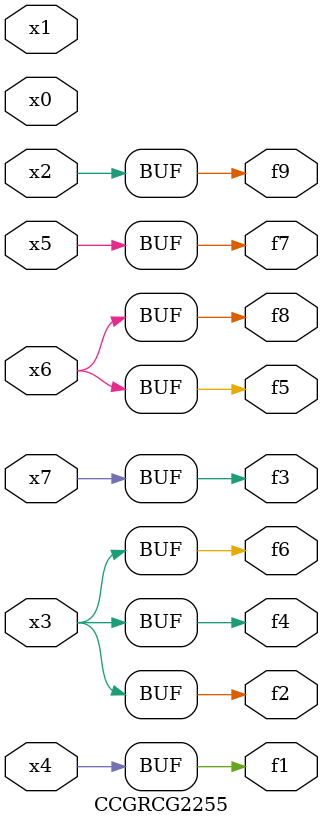
<source format=v>
module CCGRCG2255(
	input x0, x1, x2, x3, x4, x5, x6, x7,
	output f1, f2, f3, f4, f5, f6, f7, f8, f9
);
	assign f1 = x4;
	assign f2 = x3;
	assign f3 = x7;
	assign f4 = x3;
	assign f5 = x6;
	assign f6 = x3;
	assign f7 = x5;
	assign f8 = x6;
	assign f9 = x2;
endmodule

</source>
